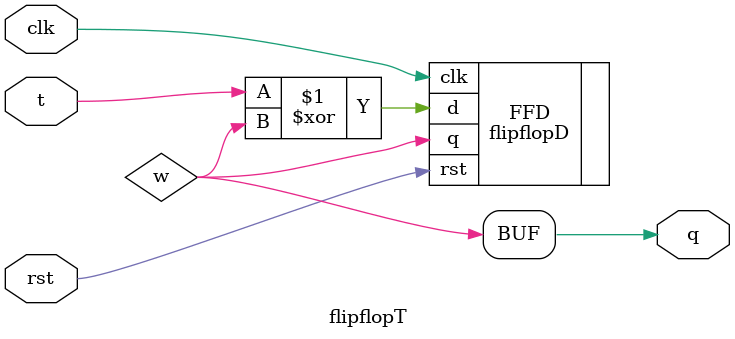
<source format=v>
`include "flipflopD.v"
module flipflopT(
    input t,
    input clk,
    input rst,
    output q
);

wire w;

flipflopD FFD(
    .d(t ^ w),
    .clk(clk),
    .rst(rst),
    .q(w)
);

assign q = w;

endmodule
</source>
